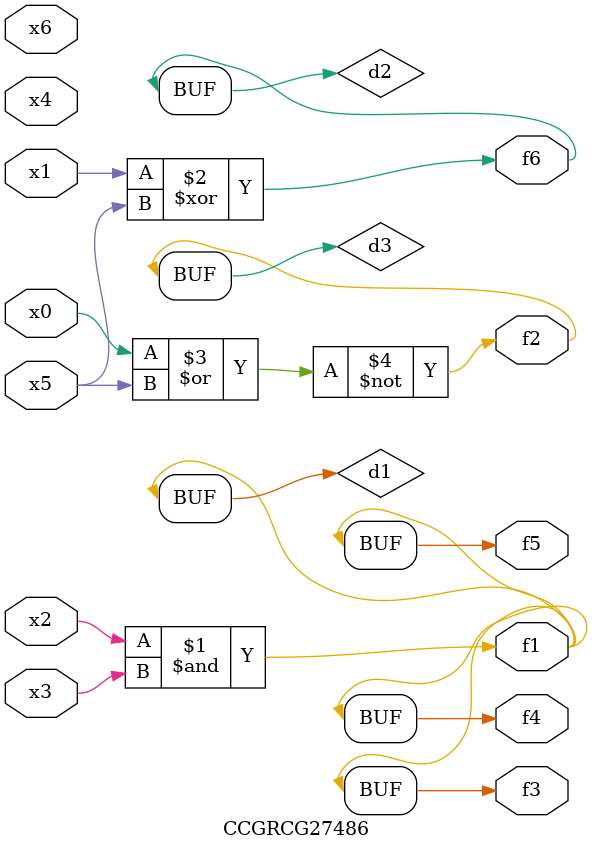
<source format=v>
module CCGRCG27486(
	input x0, x1, x2, x3, x4, x5, x6,
	output f1, f2, f3, f4, f5, f6
);

	wire d1, d2, d3;

	and (d1, x2, x3);
	xor (d2, x1, x5);
	nor (d3, x0, x5);
	assign f1 = d1;
	assign f2 = d3;
	assign f3 = d1;
	assign f4 = d1;
	assign f5 = d1;
	assign f6 = d2;
endmodule

</source>
